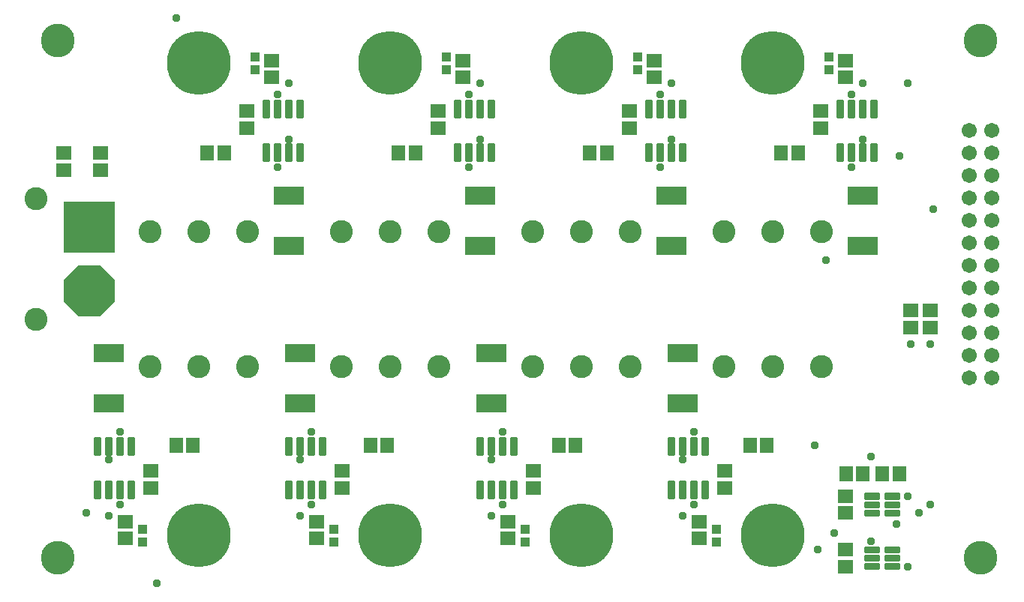
<source format=gbr>
G04 EAGLE Gerber RS-274X export*
G75*
%MOMM*%
%FSLAX34Y34*%
%LPD*%
%INSoldermask Top*%
%IPPOS*%
%AMOC8*
5,1,8,0,0,1.08239X$1,22.5*%
G01*
%ADD10R,1.703200X1.503200*%
%ADD11R,1.003200X1.003200*%
%ADD12R,1.503200X1.703200*%
%ADD13R,3.403200X2.003200*%
%ADD14C,2.603200*%
%ADD15C,7.203200*%
%ADD16C,0.353406*%
%ADD17C,0.349006*%
%ADD18C,1.711200*%
%ADD19C,3.803200*%
%ADD20R,5.819200X5.819200*%
%ADD21P,6.298644X8X112.500000*%
%ADD22C,0.959600*%


D10*
X911225Y536600D03*
X911225Y555600D03*
X939800Y120625D03*
X939800Y101625D03*
X695325Y536600D03*
X695325Y555600D03*
X479425Y536600D03*
X479425Y555600D03*
X263525Y536600D03*
X263525Y555600D03*
X803275Y149200D03*
X803275Y130200D03*
X587375Y149200D03*
X587375Y130200D03*
X371475Y149200D03*
X371475Y130200D03*
X155575Y149200D03*
X155575Y130200D03*
X939800Y60300D03*
X939800Y41300D03*
D11*
X920750Y602100D03*
X920750Y617100D03*
X704850Y602100D03*
X704850Y617100D03*
X488950Y602100D03*
X488950Y617100D03*
X273050Y602100D03*
X273050Y617100D03*
X793750Y83700D03*
X793750Y68700D03*
X577850Y83700D03*
X577850Y68700D03*
X361950Y83700D03*
X361950Y68700D03*
X146050Y83700D03*
X146050Y68700D03*
D12*
X885800Y508000D03*
X866800Y508000D03*
D13*
X742950Y403800D03*
X742950Y459800D03*
X527050Y403800D03*
X527050Y459800D03*
X311150Y403800D03*
X311150Y459800D03*
D12*
X831875Y177800D03*
X850875Y177800D03*
X615975Y177800D03*
X634975Y177800D03*
X403250Y177800D03*
X422250Y177800D03*
X184175Y177800D03*
X203175Y177800D03*
D10*
X774700Y73050D03*
X774700Y92050D03*
X558800Y73050D03*
X558800Y92050D03*
X342900Y73050D03*
X342900Y92050D03*
D12*
X669900Y508000D03*
X650900Y508000D03*
D10*
X127000Y73050D03*
X127000Y92050D03*
D13*
X755650Y282000D03*
X755650Y226000D03*
X539750Y282000D03*
X539750Y226000D03*
X323850Y282000D03*
X323850Y226000D03*
X107950Y282000D03*
X107950Y226000D03*
D12*
X981100Y146050D03*
X1000100Y146050D03*
X939825Y146050D03*
X958825Y146050D03*
D10*
X1035050Y330175D03*
X1035050Y311175D03*
X1012825Y330175D03*
X1012825Y311175D03*
X98425Y488975D03*
X98425Y507975D03*
D12*
X454000Y508000D03*
X435000Y508000D03*
D10*
X57150Y507975D03*
X57150Y488975D03*
D12*
X238100Y508000D03*
X219100Y508000D03*
D10*
X939800Y612750D03*
X939800Y593750D03*
X723900Y612750D03*
X723900Y593750D03*
X508000Y612750D03*
X508000Y593750D03*
X292100Y612750D03*
X292100Y593750D03*
D13*
X958850Y403800D03*
X958850Y459800D03*
D14*
X857250Y419100D03*
X912250Y419100D03*
X802250Y419100D03*
D15*
X857250Y609600D03*
D14*
X641350Y419100D03*
X696350Y419100D03*
X586350Y419100D03*
D15*
X641350Y609600D03*
D14*
X425450Y419100D03*
X480450Y419100D03*
X370450Y419100D03*
D15*
X425450Y609600D03*
D14*
X209550Y419100D03*
X264550Y419100D03*
X154550Y419100D03*
D15*
X209550Y609600D03*
D14*
X857250Y266700D03*
X802250Y266700D03*
X912250Y266700D03*
D15*
X857250Y76200D03*
D14*
X641350Y266700D03*
X586350Y266700D03*
X696350Y266700D03*
D15*
X641350Y76200D03*
D14*
X425450Y266700D03*
X370450Y266700D03*
X480450Y266700D03*
D15*
X425450Y76200D03*
D14*
X209550Y266700D03*
X154550Y266700D03*
X264550Y266700D03*
D15*
X209550Y76200D03*
D16*
X935699Y499601D02*
X935699Y517799D01*
X935699Y499601D02*
X931201Y499601D01*
X931201Y517799D01*
X935699Y517799D01*
X935699Y502958D02*
X931201Y502958D01*
X931201Y506315D02*
X935699Y506315D01*
X935699Y509672D02*
X931201Y509672D01*
X931201Y513029D02*
X935699Y513029D01*
X935699Y516386D02*
X931201Y516386D01*
X948399Y517799D02*
X948399Y499601D01*
X943901Y499601D01*
X943901Y517799D01*
X948399Y517799D01*
X948399Y502958D02*
X943901Y502958D01*
X943901Y506315D02*
X948399Y506315D01*
X948399Y509672D02*
X943901Y509672D01*
X943901Y513029D02*
X948399Y513029D01*
X948399Y516386D02*
X943901Y516386D01*
X961099Y517799D02*
X961099Y499601D01*
X956601Y499601D01*
X956601Y517799D01*
X961099Y517799D01*
X961099Y502958D02*
X956601Y502958D01*
X956601Y506315D02*
X961099Y506315D01*
X961099Y509672D02*
X956601Y509672D01*
X956601Y513029D02*
X961099Y513029D01*
X961099Y516386D02*
X956601Y516386D01*
X973799Y517799D02*
X973799Y499601D01*
X969301Y499601D01*
X969301Y517799D01*
X973799Y517799D01*
X973799Y502958D02*
X969301Y502958D01*
X969301Y506315D02*
X973799Y506315D01*
X973799Y509672D02*
X969301Y509672D01*
X969301Y513029D02*
X973799Y513029D01*
X973799Y516386D02*
X969301Y516386D01*
X973799Y549001D02*
X973799Y567199D01*
X973799Y549001D02*
X969301Y549001D01*
X969301Y567199D01*
X973799Y567199D01*
X973799Y552358D02*
X969301Y552358D01*
X969301Y555715D02*
X973799Y555715D01*
X973799Y559072D02*
X969301Y559072D01*
X969301Y562429D02*
X973799Y562429D01*
X973799Y565786D02*
X969301Y565786D01*
X961099Y567199D02*
X961099Y549001D01*
X956601Y549001D01*
X956601Y567199D01*
X961099Y567199D01*
X961099Y552358D02*
X956601Y552358D01*
X956601Y555715D02*
X961099Y555715D01*
X961099Y559072D02*
X956601Y559072D01*
X956601Y562429D02*
X961099Y562429D01*
X961099Y565786D02*
X956601Y565786D01*
X948399Y567199D02*
X948399Y549001D01*
X943901Y549001D01*
X943901Y567199D01*
X948399Y567199D01*
X948399Y552358D02*
X943901Y552358D01*
X943901Y555715D02*
X948399Y555715D01*
X948399Y559072D02*
X943901Y559072D01*
X943901Y562429D02*
X948399Y562429D01*
X948399Y565786D02*
X943901Y565786D01*
X935699Y567199D02*
X935699Y549001D01*
X931201Y549001D01*
X931201Y567199D01*
X935699Y567199D01*
X935699Y552358D02*
X931201Y552358D01*
X931201Y555715D02*
X935699Y555715D01*
X935699Y559072D02*
X931201Y559072D01*
X931201Y562429D02*
X935699Y562429D01*
X935699Y565786D02*
X931201Y565786D01*
D17*
X962304Y118404D02*
X976946Y118404D01*
X962304Y118404D02*
X962304Y122846D01*
X976946Y122846D01*
X976946Y118404D01*
X976946Y121719D02*
X962304Y121719D01*
X962304Y108904D02*
X976946Y108904D01*
X962304Y108904D02*
X962304Y113346D01*
X976946Y113346D01*
X976946Y108904D01*
X976946Y112219D02*
X962304Y112219D01*
X962304Y99404D02*
X976946Y99404D01*
X962304Y99404D02*
X962304Y103846D01*
X976946Y103846D01*
X976946Y99404D01*
X976946Y102719D02*
X962304Y102719D01*
X985204Y103846D02*
X999846Y103846D01*
X999846Y99404D01*
X985204Y99404D01*
X985204Y103846D01*
X985204Y102719D02*
X999846Y102719D01*
X999846Y113346D02*
X985204Y113346D01*
X999846Y113346D02*
X999846Y108904D01*
X985204Y108904D01*
X985204Y113346D01*
X985204Y112219D02*
X999846Y112219D01*
X999846Y122846D02*
X985204Y122846D01*
X999846Y122846D02*
X999846Y118404D01*
X985204Y118404D01*
X985204Y122846D01*
X985204Y121719D02*
X999846Y121719D01*
D16*
X719799Y499601D02*
X719799Y517799D01*
X719799Y499601D02*
X715301Y499601D01*
X715301Y517799D01*
X719799Y517799D01*
X719799Y502958D02*
X715301Y502958D01*
X715301Y506315D02*
X719799Y506315D01*
X719799Y509672D02*
X715301Y509672D01*
X715301Y513029D02*
X719799Y513029D01*
X719799Y516386D02*
X715301Y516386D01*
X732499Y517799D02*
X732499Y499601D01*
X728001Y499601D01*
X728001Y517799D01*
X732499Y517799D01*
X732499Y502958D02*
X728001Y502958D01*
X728001Y506315D02*
X732499Y506315D01*
X732499Y509672D02*
X728001Y509672D01*
X728001Y513029D02*
X732499Y513029D01*
X732499Y516386D02*
X728001Y516386D01*
X745199Y517799D02*
X745199Y499601D01*
X740701Y499601D01*
X740701Y517799D01*
X745199Y517799D01*
X745199Y502958D02*
X740701Y502958D01*
X740701Y506315D02*
X745199Y506315D01*
X745199Y509672D02*
X740701Y509672D01*
X740701Y513029D02*
X745199Y513029D01*
X745199Y516386D02*
X740701Y516386D01*
X757899Y517799D02*
X757899Y499601D01*
X753401Y499601D01*
X753401Y517799D01*
X757899Y517799D01*
X757899Y502958D02*
X753401Y502958D01*
X753401Y506315D02*
X757899Y506315D01*
X757899Y509672D02*
X753401Y509672D01*
X753401Y513029D02*
X757899Y513029D01*
X757899Y516386D02*
X753401Y516386D01*
X757899Y549001D02*
X757899Y567199D01*
X757899Y549001D02*
X753401Y549001D01*
X753401Y567199D01*
X757899Y567199D01*
X757899Y552358D02*
X753401Y552358D01*
X753401Y555715D02*
X757899Y555715D01*
X757899Y559072D02*
X753401Y559072D01*
X753401Y562429D02*
X757899Y562429D01*
X757899Y565786D02*
X753401Y565786D01*
X745199Y567199D02*
X745199Y549001D01*
X740701Y549001D01*
X740701Y567199D01*
X745199Y567199D01*
X745199Y552358D02*
X740701Y552358D01*
X740701Y555715D02*
X745199Y555715D01*
X745199Y559072D02*
X740701Y559072D01*
X740701Y562429D02*
X745199Y562429D01*
X745199Y565786D02*
X740701Y565786D01*
X732499Y567199D02*
X732499Y549001D01*
X728001Y549001D01*
X728001Y567199D01*
X732499Y567199D01*
X732499Y552358D02*
X728001Y552358D01*
X728001Y555715D02*
X732499Y555715D01*
X732499Y559072D02*
X728001Y559072D01*
X728001Y562429D02*
X732499Y562429D01*
X732499Y565786D02*
X728001Y565786D01*
X719799Y567199D02*
X719799Y549001D01*
X715301Y549001D01*
X715301Y567199D01*
X719799Y567199D01*
X719799Y552358D02*
X715301Y552358D01*
X715301Y555715D02*
X719799Y555715D01*
X719799Y559072D02*
X715301Y559072D01*
X715301Y562429D02*
X719799Y562429D01*
X719799Y565786D02*
X715301Y565786D01*
X503899Y517799D02*
X503899Y499601D01*
X499401Y499601D01*
X499401Y517799D01*
X503899Y517799D01*
X503899Y502958D02*
X499401Y502958D01*
X499401Y506315D02*
X503899Y506315D01*
X503899Y509672D02*
X499401Y509672D01*
X499401Y513029D02*
X503899Y513029D01*
X503899Y516386D02*
X499401Y516386D01*
X516599Y517799D02*
X516599Y499601D01*
X512101Y499601D01*
X512101Y517799D01*
X516599Y517799D01*
X516599Y502958D02*
X512101Y502958D01*
X512101Y506315D02*
X516599Y506315D01*
X516599Y509672D02*
X512101Y509672D01*
X512101Y513029D02*
X516599Y513029D01*
X516599Y516386D02*
X512101Y516386D01*
X529299Y517799D02*
X529299Y499601D01*
X524801Y499601D01*
X524801Y517799D01*
X529299Y517799D01*
X529299Y502958D02*
X524801Y502958D01*
X524801Y506315D02*
X529299Y506315D01*
X529299Y509672D02*
X524801Y509672D01*
X524801Y513029D02*
X529299Y513029D01*
X529299Y516386D02*
X524801Y516386D01*
X541999Y517799D02*
X541999Y499601D01*
X537501Y499601D01*
X537501Y517799D01*
X541999Y517799D01*
X541999Y502958D02*
X537501Y502958D01*
X537501Y506315D02*
X541999Y506315D01*
X541999Y509672D02*
X537501Y509672D01*
X537501Y513029D02*
X541999Y513029D01*
X541999Y516386D02*
X537501Y516386D01*
X541999Y549001D02*
X541999Y567199D01*
X541999Y549001D02*
X537501Y549001D01*
X537501Y567199D01*
X541999Y567199D01*
X541999Y552358D02*
X537501Y552358D01*
X537501Y555715D02*
X541999Y555715D01*
X541999Y559072D02*
X537501Y559072D01*
X537501Y562429D02*
X541999Y562429D01*
X541999Y565786D02*
X537501Y565786D01*
X529299Y567199D02*
X529299Y549001D01*
X524801Y549001D01*
X524801Y567199D01*
X529299Y567199D01*
X529299Y552358D02*
X524801Y552358D01*
X524801Y555715D02*
X529299Y555715D01*
X529299Y559072D02*
X524801Y559072D01*
X524801Y562429D02*
X529299Y562429D01*
X529299Y565786D02*
X524801Y565786D01*
X516599Y567199D02*
X516599Y549001D01*
X512101Y549001D01*
X512101Y567199D01*
X516599Y567199D01*
X516599Y552358D02*
X512101Y552358D01*
X512101Y555715D02*
X516599Y555715D01*
X516599Y559072D02*
X512101Y559072D01*
X512101Y562429D02*
X516599Y562429D01*
X516599Y565786D02*
X512101Y565786D01*
X503899Y567199D02*
X503899Y549001D01*
X499401Y549001D01*
X499401Y567199D01*
X503899Y567199D01*
X503899Y552358D02*
X499401Y552358D01*
X499401Y555715D02*
X503899Y555715D01*
X503899Y559072D02*
X499401Y559072D01*
X499401Y562429D02*
X503899Y562429D01*
X503899Y565786D02*
X499401Y565786D01*
X287999Y517799D02*
X287999Y499601D01*
X283501Y499601D01*
X283501Y517799D01*
X287999Y517799D01*
X287999Y502958D02*
X283501Y502958D01*
X283501Y506315D02*
X287999Y506315D01*
X287999Y509672D02*
X283501Y509672D01*
X283501Y513029D02*
X287999Y513029D01*
X287999Y516386D02*
X283501Y516386D01*
X300699Y517799D02*
X300699Y499601D01*
X296201Y499601D01*
X296201Y517799D01*
X300699Y517799D01*
X300699Y502958D02*
X296201Y502958D01*
X296201Y506315D02*
X300699Y506315D01*
X300699Y509672D02*
X296201Y509672D01*
X296201Y513029D02*
X300699Y513029D01*
X300699Y516386D02*
X296201Y516386D01*
X313399Y517799D02*
X313399Y499601D01*
X308901Y499601D01*
X308901Y517799D01*
X313399Y517799D01*
X313399Y502958D02*
X308901Y502958D01*
X308901Y506315D02*
X313399Y506315D01*
X313399Y509672D02*
X308901Y509672D01*
X308901Y513029D02*
X313399Y513029D01*
X313399Y516386D02*
X308901Y516386D01*
X326099Y517799D02*
X326099Y499601D01*
X321601Y499601D01*
X321601Y517799D01*
X326099Y517799D01*
X326099Y502958D02*
X321601Y502958D01*
X321601Y506315D02*
X326099Y506315D01*
X326099Y509672D02*
X321601Y509672D01*
X321601Y513029D02*
X326099Y513029D01*
X326099Y516386D02*
X321601Y516386D01*
X326099Y549001D02*
X326099Y567199D01*
X326099Y549001D02*
X321601Y549001D01*
X321601Y567199D01*
X326099Y567199D01*
X326099Y552358D02*
X321601Y552358D01*
X321601Y555715D02*
X326099Y555715D01*
X326099Y559072D02*
X321601Y559072D01*
X321601Y562429D02*
X326099Y562429D01*
X326099Y565786D02*
X321601Y565786D01*
X313399Y567199D02*
X313399Y549001D01*
X308901Y549001D01*
X308901Y567199D01*
X313399Y567199D01*
X313399Y552358D02*
X308901Y552358D01*
X308901Y555715D02*
X313399Y555715D01*
X313399Y559072D02*
X308901Y559072D01*
X308901Y562429D02*
X313399Y562429D01*
X313399Y565786D02*
X308901Y565786D01*
X300699Y567199D02*
X300699Y549001D01*
X296201Y549001D01*
X296201Y567199D01*
X300699Y567199D01*
X300699Y552358D02*
X296201Y552358D01*
X296201Y555715D02*
X300699Y555715D01*
X300699Y559072D02*
X296201Y559072D01*
X296201Y562429D02*
X300699Y562429D01*
X300699Y565786D02*
X296201Y565786D01*
X287999Y567199D02*
X287999Y549001D01*
X283501Y549001D01*
X283501Y567199D01*
X287999Y567199D01*
X287999Y552358D02*
X283501Y552358D01*
X283501Y555715D02*
X287999Y555715D01*
X287999Y559072D02*
X283501Y559072D01*
X283501Y562429D02*
X287999Y562429D01*
X287999Y565786D02*
X283501Y565786D01*
X778801Y186199D02*
X778801Y168001D01*
X778801Y186199D02*
X783299Y186199D01*
X783299Y168001D01*
X778801Y168001D01*
X778801Y171358D02*
X783299Y171358D01*
X783299Y174715D02*
X778801Y174715D01*
X778801Y178072D02*
X783299Y178072D01*
X783299Y181429D02*
X778801Y181429D01*
X778801Y184786D02*
X783299Y184786D01*
X766101Y186199D02*
X766101Y168001D01*
X766101Y186199D02*
X770599Y186199D01*
X770599Y168001D01*
X766101Y168001D01*
X766101Y171358D02*
X770599Y171358D01*
X770599Y174715D02*
X766101Y174715D01*
X766101Y178072D02*
X770599Y178072D01*
X770599Y181429D02*
X766101Y181429D01*
X766101Y184786D02*
X770599Y184786D01*
X753401Y186199D02*
X753401Y168001D01*
X753401Y186199D02*
X757899Y186199D01*
X757899Y168001D01*
X753401Y168001D01*
X753401Y171358D02*
X757899Y171358D01*
X757899Y174715D02*
X753401Y174715D01*
X753401Y178072D02*
X757899Y178072D01*
X757899Y181429D02*
X753401Y181429D01*
X753401Y184786D02*
X757899Y184786D01*
X740701Y186199D02*
X740701Y168001D01*
X740701Y186199D02*
X745199Y186199D01*
X745199Y168001D01*
X740701Y168001D01*
X740701Y171358D02*
X745199Y171358D01*
X745199Y174715D02*
X740701Y174715D01*
X740701Y178072D02*
X745199Y178072D01*
X745199Y181429D02*
X740701Y181429D01*
X740701Y184786D02*
X745199Y184786D01*
X740701Y136799D02*
X740701Y118601D01*
X740701Y136799D02*
X745199Y136799D01*
X745199Y118601D01*
X740701Y118601D01*
X740701Y121958D02*
X745199Y121958D01*
X745199Y125315D02*
X740701Y125315D01*
X740701Y128672D02*
X745199Y128672D01*
X745199Y132029D02*
X740701Y132029D01*
X740701Y135386D02*
X745199Y135386D01*
X753401Y136799D02*
X753401Y118601D01*
X753401Y136799D02*
X757899Y136799D01*
X757899Y118601D01*
X753401Y118601D01*
X753401Y121958D02*
X757899Y121958D01*
X757899Y125315D02*
X753401Y125315D01*
X753401Y128672D02*
X757899Y128672D01*
X757899Y132029D02*
X753401Y132029D01*
X753401Y135386D02*
X757899Y135386D01*
X766101Y136799D02*
X766101Y118601D01*
X766101Y136799D02*
X770599Y136799D01*
X770599Y118601D01*
X766101Y118601D01*
X766101Y121958D02*
X770599Y121958D01*
X770599Y125315D02*
X766101Y125315D01*
X766101Y128672D02*
X770599Y128672D01*
X770599Y132029D02*
X766101Y132029D01*
X766101Y135386D02*
X770599Y135386D01*
X778801Y136799D02*
X778801Y118601D01*
X778801Y136799D02*
X783299Y136799D01*
X783299Y118601D01*
X778801Y118601D01*
X778801Y121958D02*
X783299Y121958D01*
X783299Y125315D02*
X778801Y125315D01*
X778801Y128672D02*
X783299Y128672D01*
X783299Y132029D02*
X778801Y132029D01*
X778801Y135386D02*
X783299Y135386D01*
X562901Y168001D02*
X562901Y186199D01*
X567399Y186199D01*
X567399Y168001D01*
X562901Y168001D01*
X562901Y171358D02*
X567399Y171358D01*
X567399Y174715D02*
X562901Y174715D01*
X562901Y178072D02*
X567399Y178072D01*
X567399Y181429D02*
X562901Y181429D01*
X562901Y184786D02*
X567399Y184786D01*
X550201Y186199D02*
X550201Y168001D01*
X550201Y186199D02*
X554699Y186199D01*
X554699Y168001D01*
X550201Y168001D01*
X550201Y171358D02*
X554699Y171358D01*
X554699Y174715D02*
X550201Y174715D01*
X550201Y178072D02*
X554699Y178072D01*
X554699Y181429D02*
X550201Y181429D01*
X550201Y184786D02*
X554699Y184786D01*
X537501Y186199D02*
X537501Y168001D01*
X537501Y186199D02*
X541999Y186199D01*
X541999Y168001D01*
X537501Y168001D01*
X537501Y171358D02*
X541999Y171358D01*
X541999Y174715D02*
X537501Y174715D01*
X537501Y178072D02*
X541999Y178072D01*
X541999Y181429D02*
X537501Y181429D01*
X537501Y184786D02*
X541999Y184786D01*
X524801Y186199D02*
X524801Y168001D01*
X524801Y186199D02*
X529299Y186199D01*
X529299Y168001D01*
X524801Y168001D01*
X524801Y171358D02*
X529299Y171358D01*
X529299Y174715D02*
X524801Y174715D01*
X524801Y178072D02*
X529299Y178072D01*
X529299Y181429D02*
X524801Y181429D01*
X524801Y184786D02*
X529299Y184786D01*
X524801Y136799D02*
X524801Y118601D01*
X524801Y136799D02*
X529299Y136799D01*
X529299Y118601D01*
X524801Y118601D01*
X524801Y121958D02*
X529299Y121958D01*
X529299Y125315D02*
X524801Y125315D01*
X524801Y128672D02*
X529299Y128672D01*
X529299Y132029D02*
X524801Y132029D01*
X524801Y135386D02*
X529299Y135386D01*
X537501Y136799D02*
X537501Y118601D01*
X537501Y136799D02*
X541999Y136799D01*
X541999Y118601D01*
X537501Y118601D01*
X537501Y121958D02*
X541999Y121958D01*
X541999Y125315D02*
X537501Y125315D01*
X537501Y128672D02*
X541999Y128672D01*
X541999Y132029D02*
X537501Y132029D01*
X537501Y135386D02*
X541999Y135386D01*
X550201Y136799D02*
X550201Y118601D01*
X550201Y136799D02*
X554699Y136799D01*
X554699Y118601D01*
X550201Y118601D01*
X550201Y121958D02*
X554699Y121958D01*
X554699Y125315D02*
X550201Y125315D01*
X550201Y128672D02*
X554699Y128672D01*
X554699Y132029D02*
X550201Y132029D01*
X550201Y135386D02*
X554699Y135386D01*
X562901Y136799D02*
X562901Y118601D01*
X562901Y136799D02*
X567399Y136799D01*
X567399Y118601D01*
X562901Y118601D01*
X562901Y121958D02*
X567399Y121958D01*
X567399Y125315D02*
X562901Y125315D01*
X562901Y128672D02*
X567399Y128672D01*
X567399Y132029D02*
X562901Y132029D01*
X562901Y135386D02*
X567399Y135386D01*
X347001Y168001D02*
X347001Y186199D01*
X351499Y186199D01*
X351499Y168001D01*
X347001Y168001D01*
X347001Y171358D02*
X351499Y171358D01*
X351499Y174715D02*
X347001Y174715D01*
X347001Y178072D02*
X351499Y178072D01*
X351499Y181429D02*
X347001Y181429D01*
X347001Y184786D02*
X351499Y184786D01*
X334301Y186199D02*
X334301Y168001D01*
X334301Y186199D02*
X338799Y186199D01*
X338799Y168001D01*
X334301Y168001D01*
X334301Y171358D02*
X338799Y171358D01*
X338799Y174715D02*
X334301Y174715D01*
X334301Y178072D02*
X338799Y178072D01*
X338799Y181429D02*
X334301Y181429D01*
X334301Y184786D02*
X338799Y184786D01*
X321601Y186199D02*
X321601Y168001D01*
X321601Y186199D02*
X326099Y186199D01*
X326099Y168001D01*
X321601Y168001D01*
X321601Y171358D02*
X326099Y171358D01*
X326099Y174715D02*
X321601Y174715D01*
X321601Y178072D02*
X326099Y178072D01*
X326099Y181429D02*
X321601Y181429D01*
X321601Y184786D02*
X326099Y184786D01*
X308901Y186199D02*
X308901Y168001D01*
X308901Y186199D02*
X313399Y186199D01*
X313399Y168001D01*
X308901Y168001D01*
X308901Y171358D02*
X313399Y171358D01*
X313399Y174715D02*
X308901Y174715D01*
X308901Y178072D02*
X313399Y178072D01*
X313399Y181429D02*
X308901Y181429D01*
X308901Y184786D02*
X313399Y184786D01*
X308901Y136799D02*
X308901Y118601D01*
X308901Y136799D02*
X313399Y136799D01*
X313399Y118601D01*
X308901Y118601D01*
X308901Y121958D02*
X313399Y121958D01*
X313399Y125315D02*
X308901Y125315D01*
X308901Y128672D02*
X313399Y128672D01*
X313399Y132029D02*
X308901Y132029D01*
X308901Y135386D02*
X313399Y135386D01*
X321601Y136799D02*
X321601Y118601D01*
X321601Y136799D02*
X326099Y136799D01*
X326099Y118601D01*
X321601Y118601D01*
X321601Y121958D02*
X326099Y121958D01*
X326099Y125315D02*
X321601Y125315D01*
X321601Y128672D02*
X326099Y128672D01*
X326099Y132029D02*
X321601Y132029D01*
X321601Y135386D02*
X326099Y135386D01*
X334301Y136799D02*
X334301Y118601D01*
X334301Y136799D02*
X338799Y136799D01*
X338799Y118601D01*
X334301Y118601D01*
X334301Y121958D02*
X338799Y121958D01*
X338799Y125315D02*
X334301Y125315D01*
X334301Y128672D02*
X338799Y128672D01*
X338799Y132029D02*
X334301Y132029D01*
X334301Y135386D02*
X338799Y135386D01*
X347001Y136799D02*
X347001Y118601D01*
X347001Y136799D02*
X351499Y136799D01*
X351499Y118601D01*
X347001Y118601D01*
X347001Y121958D02*
X351499Y121958D01*
X351499Y125315D02*
X347001Y125315D01*
X347001Y128672D02*
X351499Y128672D01*
X351499Y132029D02*
X347001Y132029D01*
X347001Y135386D02*
X351499Y135386D01*
X131101Y168001D02*
X131101Y186199D01*
X135599Y186199D01*
X135599Y168001D01*
X131101Y168001D01*
X131101Y171358D02*
X135599Y171358D01*
X135599Y174715D02*
X131101Y174715D01*
X131101Y178072D02*
X135599Y178072D01*
X135599Y181429D02*
X131101Y181429D01*
X131101Y184786D02*
X135599Y184786D01*
X118401Y186199D02*
X118401Y168001D01*
X118401Y186199D02*
X122899Y186199D01*
X122899Y168001D01*
X118401Y168001D01*
X118401Y171358D02*
X122899Y171358D01*
X122899Y174715D02*
X118401Y174715D01*
X118401Y178072D02*
X122899Y178072D01*
X122899Y181429D02*
X118401Y181429D01*
X118401Y184786D02*
X122899Y184786D01*
X105701Y186199D02*
X105701Y168001D01*
X105701Y186199D02*
X110199Y186199D01*
X110199Y168001D01*
X105701Y168001D01*
X105701Y171358D02*
X110199Y171358D01*
X110199Y174715D02*
X105701Y174715D01*
X105701Y178072D02*
X110199Y178072D01*
X110199Y181429D02*
X105701Y181429D01*
X105701Y184786D02*
X110199Y184786D01*
X93001Y186199D02*
X93001Y168001D01*
X93001Y186199D02*
X97499Y186199D01*
X97499Y168001D01*
X93001Y168001D01*
X93001Y171358D02*
X97499Y171358D01*
X97499Y174715D02*
X93001Y174715D01*
X93001Y178072D02*
X97499Y178072D01*
X97499Y181429D02*
X93001Y181429D01*
X93001Y184786D02*
X97499Y184786D01*
X93001Y136799D02*
X93001Y118601D01*
X93001Y136799D02*
X97499Y136799D01*
X97499Y118601D01*
X93001Y118601D01*
X93001Y121958D02*
X97499Y121958D01*
X97499Y125315D02*
X93001Y125315D01*
X93001Y128672D02*
X97499Y128672D01*
X97499Y132029D02*
X93001Y132029D01*
X93001Y135386D02*
X97499Y135386D01*
X105701Y136799D02*
X105701Y118601D01*
X105701Y136799D02*
X110199Y136799D01*
X110199Y118601D01*
X105701Y118601D01*
X105701Y121958D02*
X110199Y121958D01*
X110199Y125315D02*
X105701Y125315D01*
X105701Y128672D02*
X110199Y128672D01*
X110199Y132029D02*
X105701Y132029D01*
X105701Y135386D02*
X110199Y135386D01*
X118401Y136799D02*
X118401Y118601D01*
X118401Y136799D02*
X122899Y136799D01*
X122899Y118601D01*
X118401Y118601D01*
X118401Y121958D02*
X122899Y121958D01*
X122899Y125315D02*
X118401Y125315D01*
X118401Y128672D02*
X122899Y128672D01*
X122899Y132029D02*
X118401Y132029D01*
X118401Y135386D02*
X122899Y135386D01*
X131101Y136799D02*
X131101Y118601D01*
X131101Y136799D02*
X135599Y136799D01*
X135599Y118601D01*
X131101Y118601D01*
X131101Y121958D02*
X135599Y121958D01*
X135599Y125315D02*
X131101Y125315D01*
X131101Y128672D02*
X135599Y128672D01*
X135599Y132029D02*
X131101Y132029D01*
X131101Y135386D02*
X135599Y135386D01*
D17*
X962304Y58079D02*
X976946Y58079D01*
X962304Y58079D02*
X962304Y62521D01*
X976946Y62521D01*
X976946Y58079D01*
X976946Y61394D02*
X962304Y61394D01*
X962304Y48579D02*
X976946Y48579D01*
X962304Y48579D02*
X962304Y53021D01*
X976946Y53021D01*
X976946Y48579D01*
X976946Y51894D02*
X962304Y51894D01*
X962304Y39079D02*
X976946Y39079D01*
X962304Y39079D02*
X962304Y43521D01*
X976946Y43521D01*
X976946Y39079D01*
X976946Y42394D02*
X962304Y42394D01*
X985204Y43521D02*
X999846Y43521D01*
X999846Y39079D01*
X985204Y39079D01*
X985204Y43521D01*
X985204Y42394D02*
X999846Y42394D01*
X999846Y53021D02*
X985204Y53021D01*
X999846Y53021D02*
X999846Y48579D01*
X985204Y48579D01*
X985204Y53021D01*
X985204Y51894D02*
X999846Y51894D01*
X999846Y62521D02*
X985204Y62521D01*
X999846Y62521D02*
X999846Y58079D01*
X985204Y58079D01*
X985204Y62521D01*
X985204Y61394D02*
X999846Y61394D01*
D18*
X1079500Y533400D03*
X1104900Y533400D03*
X1079500Y508000D03*
X1104900Y508000D03*
X1079500Y482600D03*
X1104900Y482600D03*
X1079500Y457200D03*
X1104900Y457200D03*
X1079500Y431800D03*
X1104900Y431800D03*
X1079500Y406400D03*
X1104900Y406400D03*
X1079500Y381000D03*
X1104900Y381000D03*
X1079500Y355600D03*
X1104900Y355600D03*
X1079500Y330200D03*
X1104900Y330200D03*
X1079500Y304800D03*
X1104900Y304800D03*
X1079500Y279400D03*
X1104900Y279400D03*
X1079500Y254000D03*
X1104900Y254000D03*
D19*
X50800Y635000D03*
X50800Y50800D03*
X1092200Y50800D03*
X1092200Y635000D03*
D20*
X85725Y424425D03*
D21*
X85725Y352425D03*
D14*
X25725Y320425D03*
X25725Y456425D03*
D22*
X927100Y79375D03*
X908050Y60325D03*
X82550Y101600D03*
X161925Y22225D03*
X996950Y88900D03*
X1009650Y120650D03*
X1038225Y444500D03*
X917575Y387350D03*
X768350Y193675D03*
X946150Y574675D03*
X958850Y523875D03*
X742950Y523875D03*
X527050Y523875D03*
X311150Y523875D03*
X755650Y161925D03*
X539750Y161925D03*
X323850Y161925D03*
X107950Y161925D03*
X904875Y177800D03*
X1000125Y504825D03*
X958850Y587375D03*
X742950Y587375D03*
X527050Y587375D03*
X311150Y587375D03*
X755650Y98425D03*
X539750Y98425D03*
X323850Y98425D03*
X107950Y98425D03*
X968375Y69850D03*
X1009650Y587375D03*
X968375Y165100D03*
X552450Y193675D03*
X336550Y193675D03*
X120650Y193675D03*
X946150Y492125D03*
X730250Y492125D03*
X514350Y492125D03*
X298450Y492125D03*
X730250Y574675D03*
X514350Y574675D03*
X298450Y574675D03*
X768350Y111125D03*
X552450Y111125D03*
X336550Y111125D03*
X120650Y111125D03*
X1035050Y111125D03*
X1035050Y292100D03*
X1012825Y292100D03*
X1009650Y41275D03*
X1022350Y101600D03*
X184150Y660400D03*
M02*

</source>
